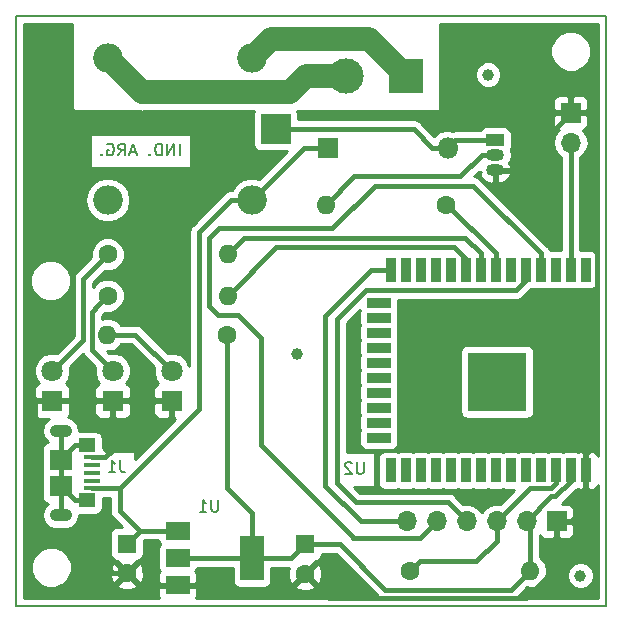
<source format=gbr>
G04 #@! TF.GenerationSoftware,KiCad,Pcbnew,5.0.0-fee4fd1~66~ubuntu18.04.1*
G04 #@! TF.CreationDate,2018-11-12T17:48:12-03:00*
G04 #@! TF.ProjectId,pcbAlarma,706362416C61726D612E6B696361645F,1.1*
G04 #@! TF.SameCoordinates,Original*
G04 #@! TF.FileFunction,Copper,L2,Bot,Signal*
G04 #@! TF.FilePolarity,Positive*
%FSLAX46Y46*%
G04 Gerber Fmt 4.6, Leading zero omitted, Abs format (unit mm)*
G04 Created by KiCad (PCBNEW 5.0.0-fee4fd1~66~ubuntu18.04.1) date Mon Nov 12 17:48:12 2018*
%MOMM*%
%LPD*%
G01*
G04 APERTURE LIST*
G04 #@! TA.AperFunction,NonConductor*
%ADD10C,0.150000*%
G04 #@! TD*
G04 #@! TA.AperFunction,SMDPad,CuDef*
%ADD11R,1.450000X1.150000*%
G04 #@! TD*
G04 #@! TA.AperFunction,ComponentPad*
%ADD12O,1.900000X1.050000*%
G04 #@! TD*
G04 #@! TA.AperFunction,SMDPad,CuDef*
%ADD13R,1.900000X1.750000*%
G04 #@! TD*
G04 #@! TA.AperFunction,SMDPad,CuDef*
%ADD14R,1.400000X0.400000*%
G04 #@! TD*
G04 #@! TA.AperFunction,ComponentPad*
%ADD15R,1.700000X1.700000*%
G04 #@! TD*
G04 #@! TA.AperFunction,ComponentPad*
%ADD16O,1.700000X1.700000*%
G04 #@! TD*
G04 #@! TA.AperFunction,ComponentPad*
%ADD17C,1.600000*%
G04 #@! TD*
G04 #@! TA.AperFunction,ComponentPad*
%ADD18R,1.600000X1.600000*%
G04 #@! TD*
G04 #@! TA.AperFunction,ComponentPad*
%ADD19C,1.800000*%
G04 #@! TD*
G04 #@! TA.AperFunction,ComponentPad*
%ADD20R,1.800000X1.800000*%
G04 #@! TD*
G04 #@! TA.AperFunction,ComponentPad*
%ADD21O,1.800000X1.800000*%
G04 #@! TD*
G04 #@! TA.AperFunction,BGAPad,CuDef*
%ADD22C,1.000000*%
G04 #@! TD*
G04 #@! TA.AperFunction,ComponentPad*
%ADD23C,3.000000*%
G04 #@! TD*
G04 #@! TA.AperFunction,ComponentPad*
%ADD24R,3.000000X3.000000*%
G04 #@! TD*
G04 #@! TA.AperFunction,ComponentPad*
%ADD25R,2.500000X2.500000*%
G04 #@! TD*
G04 #@! TA.AperFunction,ComponentPad*
%ADD26O,2.500000X2.500000*%
G04 #@! TD*
G04 #@! TA.AperFunction,ComponentPad*
%ADD27R,1.500000X1.050000*%
G04 #@! TD*
G04 #@! TA.AperFunction,ComponentPad*
%ADD28O,1.500000X1.050000*%
G04 #@! TD*
G04 #@! TA.AperFunction,ComponentPad*
%ADD29O,1.600000X1.600000*%
G04 #@! TD*
G04 #@! TA.AperFunction,SMDPad,CuDef*
%ADD30R,2.000000X1.500000*%
G04 #@! TD*
G04 #@! TA.AperFunction,SMDPad,CuDef*
%ADD31R,2.000000X3.800000*%
G04 #@! TD*
G04 #@! TA.AperFunction,SMDPad,CuDef*
%ADD32R,0.900000X2.000000*%
G04 #@! TD*
G04 #@! TA.AperFunction,SMDPad,CuDef*
%ADD33R,2.000000X0.900000*%
G04 #@! TD*
G04 #@! TA.AperFunction,SMDPad,CuDef*
%ADD34R,5.000000X5.000000*%
G04 #@! TD*
G04 #@! TA.AperFunction,Conductor*
%ADD35C,0.400000*%
G04 #@! TD*
G04 #@! TA.AperFunction,Conductor*
%ADD36C,2.000000*%
G04 #@! TD*
G04 #@! TA.AperFunction,Conductor*
%ADD37C,0.254000*%
G04 #@! TD*
G04 APERTURE END LIST*
D10*
X178084523Y-76427380D02*
X178084523Y-75427380D01*
X177608333Y-76427380D02*
X177608333Y-75427380D01*
X177036904Y-76427380D01*
X177036904Y-75427380D01*
X176560714Y-76427380D02*
X176560714Y-75427380D01*
X176322619Y-75427380D01*
X176179761Y-75475000D01*
X176084523Y-75570238D01*
X176036904Y-75665476D01*
X175989285Y-75855952D01*
X175989285Y-75998809D01*
X176036904Y-76189285D01*
X176084523Y-76284523D01*
X176179761Y-76379761D01*
X176322619Y-76427380D01*
X176560714Y-76427380D01*
X175560714Y-76332142D02*
X175513095Y-76379761D01*
X175560714Y-76427380D01*
X175608333Y-76379761D01*
X175560714Y-76332142D01*
X175560714Y-76427380D01*
X174370238Y-76141666D02*
X173894047Y-76141666D01*
X174465476Y-76427380D02*
X174132142Y-75427380D01*
X173798809Y-76427380D01*
X172894047Y-76427380D02*
X173227380Y-75951190D01*
X173465476Y-76427380D02*
X173465476Y-75427380D01*
X173084523Y-75427380D01*
X172989285Y-75475000D01*
X172941666Y-75522619D01*
X172894047Y-75617857D01*
X172894047Y-75760714D01*
X172941666Y-75855952D01*
X172989285Y-75903571D01*
X173084523Y-75951190D01*
X173465476Y-75951190D01*
X171941666Y-75475000D02*
X172036904Y-75427380D01*
X172179761Y-75427380D01*
X172322619Y-75475000D01*
X172417857Y-75570238D01*
X172465476Y-75665476D01*
X172513095Y-75855952D01*
X172513095Y-75998809D01*
X172465476Y-76189285D01*
X172417857Y-76284523D01*
X172322619Y-76379761D01*
X172179761Y-76427380D01*
X172084523Y-76427380D01*
X171941666Y-76379761D01*
X171894047Y-76332142D01*
X171894047Y-75998809D01*
X172084523Y-75998809D01*
X171465476Y-76332142D02*
X171417857Y-76379761D01*
X171465476Y-76427380D01*
X171513095Y-76379761D01*
X171465476Y-76332142D01*
X171465476Y-76427380D01*
X181336904Y-105577380D02*
X181336904Y-106386904D01*
X181289285Y-106482142D01*
X181241666Y-106529761D01*
X181146428Y-106577380D01*
X180955952Y-106577380D01*
X180860714Y-106529761D01*
X180813095Y-106482142D01*
X180765476Y-106386904D01*
X180765476Y-105577380D01*
X179765476Y-106577380D02*
X180336904Y-106577380D01*
X180051190Y-106577380D02*
X180051190Y-105577380D01*
X180146428Y-105720238D01*
X180241666Y-105815476D01*
X180336904Y-105863095D01*
X193661904Y-102402380D02*
X193661904Y-103211904D01*
X193614285Y-103307142D01*
X193566666Y-103354761D01*
X193471428Y-103402380D01*
X193280952Y-103402380D01*
X193185714Y-103354761D01*
X193138095Y-103307142D01*
X193090476Y-103211904D01*
X193090476Y-102402380D01*
X192661904Y-102497619D02*
X192614285Y-102450000D01*
X192519047Y-102402380D01*
X192280952Y-102402380D01*
X192185714Y-102450000D01*
X192138095Y-102497619D01*
X192090476Y-102592857D01*
X192090476Y-102688095D01*
X192138095Y-102830952D01*
X192709523Y-103402380D01*
X192090476Y-103402380D01*
X173058333Y-102252380D02*
X173058333Y-102966666D01*
X173105952Y-103109523D01*
X173201190Y-103204761D01*
X173344047Y-103252380D01*
X173439285Y-103252380D01*
X172058333Y-103252380D02*
X172629761Y-103252380D01*
X172344047Y-103252380D02*
X172344047Y-102252380D01*
X172439285Y-102395238D01*
X172534523Y-102490476D01*
X172629761Y-102538095D01*
X164200000Y-64600000D02*
X164200000Y-114600000D01*
X214200000Y-64600000D02*
X164200000Y-64600000D01*
X214200000Y-114600000D02*
X214200000Y-64600000D01*
X164200000Y-114600000D02*
X214200000Y-114600000D01*
D11*
G04 #@! TO.P,J1,6*
G04 #@! TO.N,Net-(J1-Pad6)*
X170230000Y-105620000D03*
X170230000Y-100980000D03*
D12*
X168000000Y-99725000D03*
X168000000Y-106875000D03*
D13*
X168000000Y-104425000D03*
D14*
G04 #@! TO.P,J1,3*
G04 #@! TO.N,Net-(J1-Pad3)*
X170650000Y-103300000D03*
G04 #@! TO.P,J1,4*
G04 #@! TO.N,Net-(J1-Pad4)*
X170650000Y-102650000D03*
G04 #@! TO.P,J1,5*
G04 #@! TO.N,GND*
X170650000Y-102000000D03*
G04 #@! TO.P,J1,1*
G04 #@! TO.N,+5V*
X170650000Y-104600000D03*
G04 #@! TO.P,J1,2*
G04 #@! TO.N,Net-(J1-Pad2)*
X170650000Y-103950000D03*
D13*
G04 #@! TO.P,J1,6*
G04 #@! TO.N,Net-(J1-Pad6)*
X168000000Y-102175000D03*
G04 #@! TD*
D15*
G04 #@! TO.P,J102,1*
G04 #@! TO.N,GND*
X210000000Y-107400000D03*
D16*
G04 #@! TO.P,J102,2*
G04 #@! TO.N,+3V3*
X207460000Y-107400000D03*
G04 #@! TO.P,J102,3*
G04 #@! TO.N,/EN*
X204920000Y-107400000D03*
G04 #@! TO.P,J102,4*
G04 #@! TO.N,Net-(J102-Pad4)*
X202380000Y-107400000D03*
G04 #@! TO.P,J102,5*
G04 #@! TO.N,Net-(J102-Pad5)*
X199840000Y-107400000D03*
G04 #@! TO.P,J102,6*
G04 #@! TO.N,/GPIO0*
X197300000Y-107400000D03*
G04 #@! TD*
D17*
G04 #@! TO.P,C1,2*
G04 #@! TO.N,GND*
X173600000Y-111800000D03*
D18*
G04 #@! TO.P,C1,1*
G04 #@! TO.N,+5V*
X173600000Y-109300000D03*
G04 #@! TD*
D17*
G04 #@! TO.P,C2,2*
G04 #@! TO.N,GND*
X188700000Y-111850000D03*
D18*
G04 #@! TO.P,C2,1*
G04 #@! TO.N,+3V3*
X188700000Y-109350000D03*
G04 #@! TD*
D19*
G04 #@! TO.P,D1,2*
G04 #@! TO.N,Net-(D1-Pad2)*
X177400000Y-94660000D03*
D20*
G04 #@! TO.P,D1,1*
G04 #@! TO.N,GND*
X177400000Y-97200000D03*
G04 #@! TD*
D21*
G04 #@! TO.P,D2,2*
G04 #@! TO.N,Net-(D2-Pad2)*
X200760000Y-75800000D03*
D20*
G04 #@! TO.P,D2,1*
G04 #@! TO.N,+5V*
X190600000Y-75800000D03*
G04 #@! TD*
D19*
G04 #@! TO.P,D3,2*
G04 #@! TO.N,Net-(D3-Pad2)*
X167300000Y-94660000D03*
D20*
G04 #@! TO.P,D3,1*
G04 #@! TO.N,GND*
X167300000Y-97200000D03*
G04 #@! TD*
D19*
G04 #@! TO.P,D4,2*
G04 #@! TO.N,Net-(D4-Pad2)*
X172400000Y-94660000D03*
D20*
G04 #@! TO.P,D4,1*
G04 #@! TO.N,GND*
X172400000Y-97200000D03*
G04 #@! TD*
D22*
G04 #@! TO.P,F1,~*
G04 #@! TO.N,N/C*
X188000000Y-93200000D03*
G04 #@! TD*
G04 #@! TO.P,F2,~*
G04 #@! TO.N,N/C*
X204200000Y-69600000D03*
G04 #@! TD*
G04 #@! TO.P,F3,~*
G04 #@! TO.N,N/C*
X212000000Y-112000000D03*
G04 #@! TD*
D23*
G04 #@! TO.P,J4,2*
G04 #@! TO.N,Net-(J4-Pad2)*
X192170000Y-69725000D03*
D24*
G04 #@! TO.P,J4,1*
G04 #@! TO.N,Net-(J4-Pad1)*
X197250000Y-69725000D03*
G04 #@! TD*
D16*
G04 #@! TO.P,J101,2*
G04 #@! TO.N,Net-(J101-Pad2)*
X211200000Y-75340000D03*
D15*
G04 #@! TO.P,J101,1*
G04 #@! TO.N,GND*
X211200000Y-72800000D03*
G04 #@! TD*
D25*
G04 #@! TO.P,K1,1*
G04 #@! TO.N,Net-(D2-Pad2)*
X186200000Y-74200000D03*
D26*
G04 #@! TO.P,K1,2*
G04 #@! TO.N,Net-(J4-Pad1)*
X184200000Y-68200000D03*
G04 #@! TO.P,K1,3*
G04 #@! TO.N,Net-(J4-Pad2)*
X172000000Y-68200000D03*
G04 #@! TO.P,K1,4*
G04 #@! TO.N,Net-(K1-Pad4)*
X172000000Y-80200000D03*
G04 #@! TO.P,K1,5*
G04 #@! TO.N,+5V*
X184200000Y-80200000D03*
G04 #@! TD*
D27*
G04 #@! TO.P,Q1,1*
G04 #@! TO.N,Net-(D2-Pad2)*
X204800000Y-75130000D03*
D28*
G04 #@! TO.P,Q1,3*
G04 #@! TO.N,GND*
X204800000Y-77670000D03*
G04 #@! TO.P,Q1,2*
G04 #@! TO.N,Net-(Q1-Pad2)*
X204800000Y-76400000D03*
G04 #@! TD*
D17*
G04 #@! TO.P,R1,1*
G04 #@! TO.N,+3V3*
X182100000Y-91600000D03*
D29*
G04 #@! TO.P,R1,2*
G04 #@! TO.N,Net-(D1-Pad2)*
X171940000Y-91600000D03*
G04 #@! TD*
G04 #@! TO.P,R2,2*
G04 #@! TO.N,/Salidas/LedStatus*
X182160000Y-84800000D03*
D17*
G04 #@! TO.P,R2,1*
G04 #@! TO.N,Net-(D3-Pad2)*
X172000000Y-84800000D03*
G04 #@! TD*
D29*
G04 #@! TO.P,R3,2*
G04 #@! TO.N,+3V3*
X207760000Y-111600000D03*
D17*
G04 #@! TO.P,R3,1*
G04 #@! TO.N,/EN*
X197600000Y-111600000D03*
G04 #@! TD*
D29*
G04 #@! TO.P,R4,2*
G04 #@! TO.N,/Salidas/LedControl*
X182160000Y-88300000D03*
D17*
G04 #@! TO.P,R4,1*
G04 #@! TO.N,Net-(D4-Pad2)*
X172000000Y-88300000D03*
G04 #@! TD*
D29*
G04 #@! TO.P,R5,2*
G04 #@! TO.N,Net-(Q1-Pad2)*
X190440000Y-80600000D03*
D17*
G04 #@! TO.P,R5,1*
G04 #@! TO.N,/Salidas/RelayIN*
X200600000Y-80600000D03*
G04 #@! TD*
D30*
G04 #@! TO.P,U1,1*
G04 #@! TO.N,GND*
X177900000Y-112800000D03*
G04 #@! TO.P,U1,3*
G04 #@! TO.N,+5V*
X177900000Y-108200000D03*
G04 #@! TO.P,U1,2*
G04 #@! TO.N,+3V3*
X177900000Y-110500000D03*
D31*
X184200000Y-110500000D03*
G04 #@! TD*
D32*
G04 #@! TO.P,U2,38*
G04 #@! TO.N,Net-(U2-Pad38)*
X212455000Y-86100000D03*
G04 #@! TO.P,U2,37*
G04 #@! TO.N,Net-(J101-Pad2)*
X211185000Y-86100000D03*
G04 #@! TO.P,U2,36*
G04 #@! TO.N,Net-(U2-Pad36)*
X209915000Y-86100000D03*
G04 #@! TO.P,U2,35*
G04 #@! TO.N,Net-(J102-Pad5)*
X208645000Y-86100000D03*
G04 #@! TO.P,U2,34*
G04 #@! TO.N,Net-(J102-Pad4)*
X207375000Y-86100000D03*
G04 #@! TO.P,U2,33*
G04 #@! TO.N,Net-(U2-Pad33)*
X206105000Y-86100000D03*
G04 #@! TO.P,U2,32*
G04 #@! TO.N,/Salidas/RelayIN*
X204835000Y-86100000D03*
G04 #@! TO.P,U2,31*
G04 #@! TO.N,/Salidas/LedStatus*
X203565000Y-86100000D03*
G04 #@! TO.P,U2,30*
G04 #@! TO.N,/Salidas/LedControl*
X202295000Y-86100000D03*
G04 #@! TO.P,U2,29*
G04 #@! TO.N,Net-(U2-Pad29)*
X201025000Y-86100000D03*
G04 #@! TO.P,U2,28*
G04 #@! TO.N,Net-(U2-Pad28)*
X199755000Y-86100000D03*
G04 #@! TO.P,U2,27*
G04 #@! TO.N,Net-(U2-Pad27)*
X198485000Y-86100000D03*
G04 #@! TO.P,U2,26*
G04 #@! TO.N,Net-(U2-Pad26)*
X197215000Y-86100000D03*
G04 #@! TO.P,U2,25*
G04 #@! TO.N,/GPIO0*
X195945000Y-86100000D03*
D33*
G04 #@! TO.P,U2,24*
G04 #@! TO.N,Net-(U2-Pad24)*
X194945000Y-88885000D03*
G04 #@! TO.P,U2,23*
G04 #@! TO.N,Net-(U2-Pad23)*
X194945000Y-90155000D03*
G04 #@! TO.P,U2,22*
G04 #@! TO.N,Net-(U2-Pad22)*
X194945000Y-91425000D03*
G04 #@! TO.P,U2,21*
G04 #@! TO.N,Net-(U2-Pad21)*
X194945000Y-92695000D03*
G04 #@! TO.P,U2,20*
G04 #@! TO.N,Net-(U2-Pad20)*
X194945000Y-93965000D03*
G04 #@! TO.P,U2,19*
G04 #@! TO.N,Net-(U2-Pad19)*
X194945000Y-95235000D03*
G04 #@! TO.P,U2,18*
G04 #@! TO.N,Net-(U2-Pad18)*
X194945000Y-96505000D03*
G04 #@! TO.P,U2,17*
G04 #@! TO.N,Net-(U2-Pad17)*
X194945000Y-97775000D03*
G04 #@! TO.P,U2,16*
G04 #@! TO.N,Net-(U2-Pad16)*
X194945000Y-99045000D03*
G04 #@! TO.P,U2,15*
G04 #@! TO.N,Net-(U2-Pad15)*
X194945000Y-100315000D03*
D32*
G04 #@! TO.P,U2,14*
G04 #@! TO.N,Net-(U2-Pad14)*
X195945000Y-103100000D03*
G04 #@! TO.P,U2,13*
G04 #@! TO.N,Net-(U2-Pad13)*
X197215000Y-103100000D03*
G04 #@! TO.P,U2,12*
G04 #@! TO.N,Net-(U2-Pad12)*
X198485000Y-103100000D03*
G04 #@! TO.P,U2,11*
G04 #@! TO.N,Net-(U2-Pad11)*
X199755000Y-103100000D03*
G04 #@! TO.P,U2,10*
G04 #@! TO.N,Net-(U2-Pad10)*
X201025000Y-103100000D03*
G04 #@! TO.P,U2,9*
G04 #@! TO.N,Net-(U2-Pad9)*
X202295000Y-103100000D03*
G04 #@! TO.P,U2,8*
G04 #@! TO.N,Net-(U2-Pad8)*
X203565000Y-103100000D03*
G04 #@! TO.P,U2,7*
G04 #@! TO.N,Net-(U2-Pad7)*
X204835000Y-103100000D03*
G04 #@! TO.P,U2,6*
G04 #@! TO.N,Net-(U2-Pad6)*
X206105000Y-103100000D03*
G04 #@! TO.P,U2,5*
G04 #@! TO.N,Net-(U2-Pad5)*
X207375000Y-103100000D03*
G04 #@! TO.P,U2,4*
G04 #@! TO.N,Net-(U2-Pad4)*
X208645000Y-103100000D03*
G04 #@! TO.P,U2,3*
G04 #@! TO.N,/EN*
X209915000Y-103100000D03*
G04 #@! TO.P,U2,2*
G04 #@! TO.N,+3V3*
X211185000Y-103100000D03*
G04 #@! TO.P,U2,1*
G04 #@! TO.N,GND*
X212455000Y-103100000D03*
D34*
G04 #@! TO.P,U2,39*
G04 #@! TO.N,Net-(U2-Pad39)*
X204955000Y-95600000D03*
G04 #@! TD*
D35*
G04 #@! TO.N,+5V*
X188600000Y-75800000D02*
X184200000Y-80200000D01*
X190600000Y-75800000D02*
X188600000Y-75800000D01*
X174700000Y-108200000D02*
X173600000Y-109300000D01*
X177900000Y-108200000D02*
X174700000Y-108200000D01*
X179700000Y-97900000D02*
X179700000Y-82932234D01*
X182432234Y-80200000D02*
X184200000Y-80200000D01*
X179700000Y-82932234D02*
X182432234Y-80200000D01*
X173600000Y-104000000D02*
X179700000Y-97900000D01*
X173000000Y-104600000D02*
X173600000Y-104000000D01*
X170650000Y-104600000D02*
X173000000Y-104600000D01*
X174700000Y-108200000D02*
X173000000Y-106500000D01*
X173000000Y-106500000D02*
X173000000Y-104600000D01*
G04 #@! TO.N,GND*
X174600000Y-112800000D02*
X177900000Y-112800000D01*
X173600000Y-111800000D02*
X174600000Y-112800000D01*
X212455000Y-103870000D02*
X212455000Y-103100000D01*
X211250000Y-107400000D02*
X212455000Y-106195000D01*
X212455000Y-104500000D02*
X212455000Y-103100000D01*
X212455000Y-106195000D02*
X212455000Y-104500000D01*
X210000000Y-107400000D02*
X211250000Y-107400000D01*
X212455000Y-101700000D02*
X212455000Y-103100000D01*
X213405001Y-100749999D02*
X212455000Y-101700000D01*
X213405001Y-73755001D02*
X213405001Y-100749999D01*
X212450000Y-72800000D02*
X213405001Y-73755001D01*
X211200000Y-72800000D02*
X212450000Y-72800000D01*
X206330000Y-77670000D02*
X204800000Y-77670000D01*
X211200000Y-72800000D02*
X206330000Y-77670000D01*
X178150000Y-112800000D02*
X177900000Y-112800000D01*
X170400000Y-109731370D02*
X170400000Y-108300000D01*
X172468630Y-111800000D02*
X170400000Y-109731370D01*
X173600000Y-111800000D02*
X172468630Y-111800000D01*
X177400000Y-97200000D02*
X167300000Y-97200000D01*
X166000000Y-97200000D02*
X167300000Y-97200000D01*
X165800000Y-97400000D02*
X166000000Y-97200000D01*
X166400000Y-108300000D02*
X165800000Y-107700000D01*
X165800000Y-107700000D02*
X165800000Y-97400000D01*
X170400000Y-108300000D02*
X166400000Y-108300000D01*
X190750010Y-113900010D02*
X188700000Y-111850000D01*
X210000000Y-107400000D02*
X210000000Y-111284002D01*
X207383992Y-113900010D02*
X190750010Y-113900010D01*
X210000000Y-111284002D02*
X207383992Y-113900010D01*
X171750000Y-102000000D02*
X170650000Y-102000000D01*
X172400000Y-101350000D02*
X171750000Y-102000000D01*
X172400000Y-97200000D02*
X172400000Y-101350000D01*
G04 #@! TO.N,Net-(D1-Pad2)*
X174340000Y-91600000D02*
X177400000Y-94660000D01*
X171940000Y-91600000D02*
X174340000Y-91600000D01*
G04 #@! TO.N,Net-(D2-Pad2)*
X201430000Y-75130000D02*
X200760000Y-75800000D01*
X204800000Y-75130000D02*
X201430000Y-75130000D01*
X187850000Y-74200000D02*
X186200000Y-74200000D01*
X197887208Y-74200000D02*
X187850000Y-74200000D01*
X199487208Y-75800000D02*
X197887208Y-74200000D01*
X200760000Y-75800000D02*
X199487208Y-75800000D01*
G04 #@! TO.N,Net-(D3-Pad2)*
X168199999Y-93760001D02*
X167300000Y-94660000D01*
X169939989Y-92020011D02*
X168199999Y-93760001D01*
X169939989Y-86860011D02*
X169939989Y-92020011D01*
X172000000Y-84800000D02*
X169939989Y-86860011D01*
G04 #@! TO.N,Net-(D4-Pad2)*
X171200001Y-89099999D02*
X172000000Y-88300000D01*
X170639999Y-89660001D02*
X171200001Y-89099999D01*
X170639999Y-92899999D02*
X170639999Y-89660001D01*
X172400000Y-94660000D02*
X170639999Y-92899999D01*
D36*
G04 #@! TO.N,Net-(J4-Pad1)*
X184200000Y-68200000D02*
X184200000Y-68175000D01*
X194100000Y-66575000D02*
X197250000Y-69725000D01*
X185800000Y-66575000D02*
X194100000Y-66575000D01*
X184200000Y-68175000D02*
X185800000Y-66575000D01*
G04 #@! TO.N,Net-(J4-Pad2)*
X192170000Y-69725000D02*
X188775000Y-69725000D01*
X174875000Y-71075000D02*
X172000000Y-68200000D01*
X187425000Y-71075000D02*
X174875000Y-71075000D01*
X188775000Y-69725000D02*
X187425000Y-71075000D01*
D35*
G04 #@! TO.N,Net-(Q1-Pad2)*
X192840000Y-78200000D02*
X190440000Y-80600000D01*
X201850000Y-78200000D02*
X192840000Y-78200000D01*
X204800000Y-76400000D02*
X203650000Y-76400000D01*
X203650000Y-76400000D02*
X201850000Y-78200000D01*
G04 #@! TO.N,/Salidas/LedStatus*
X203565000Y-84700000D02*
X202265000Y-83400000D01*
X203565000Y-86100000D02*
X203565000Y-84700000D01*
X183560000Y-83400000D02*
X182160000Y-84800000D01*
X202265000Y-83400000D02*
X183560000Y-83400000D01*
G04 #@! TO.N,/Salidas/LedControl*
X186260000Y-84200000D02*
X182160000Y-88300000D01*
X201295002Y-84200000D02*
X186260000Y-84200000D01*
X202295000Y-86100000D02*
X202295000Y-85199998D01*
X202295000Y-85199998D02*
X201295002Y-84200000D01*
G04 #@! TO.N,/Salidas/RelayIN*
X200735000Y-80600000D02*
X200600000Y-80600000D01*
X204835000Y-84700000D02*
X200735000Y-80600000D01*
X204835000Y-86100000D02*
X204835000Y-84700000D01*
G04 #@! TO.N,+3V3*
X177900000Y-110500000D02*
X184200000Y-110500000D01*
X207760000Y-111600000D02*
X206160000Y-113200000D01*
X206160000Y-113200000D02*
X195500000Y-113200000D01*
X211185000Y-104015000D02*
X211185000Y-103100000D01*
X209899989Y-105300011D02*
X211185000Y-104015000D01*
X209559989Y-105300011D02*
X209899989Y-105300011D01*
X207460000Y-107400000D02*
X209559989Y-105300011D01*
X207760000Y-111600000D02*
X207760000Y-107640000D01*
X207760000Y-107640000D02*
X208000000Y-107400000D01*
X211048542Y-103236458D02*
X211185000Y-103100000D01*
X182100000Y-91600000D02*
X182100000Y-104600000D01*
X184200000Y-106700000D02*
X184200000Y-110500000D01*
X182100000Y-104600000D02*
X184200000Y-106700000D01*
X191650000Y-109350000D02*
X188700000Y-109350000D01*
X195500000Y-113200000D02*
X191650000Y-109350000D01*
X187550000Y-110500000D02*
X188700000Y-109350000D01*
X184200000Y-110500000D02*
X187550000Y-110500000D01*
G04 #@! TO.N,Net-(J101-Pad2)*
X211185000Y-75355000D02*
X211200000Y-75340000D01*
X211185000Y-86100000D02*
X211185000Y-75355000D01*
G04 #@! TO.N,/GPIO0*
X190400000Y-90000000D02*
X194300000Y-86100000D01*
X190400000Y-104400000D02*
X190400000Y-90000000D01*
X194300000Y-86100000D02*
X195945000Y-86100000D01*
X193400000Y-107400000D02*
X190400000Y-104400000D01*
X197300000Y-107400000D02*
X193400000Y-107400000D01*
G04 #@! TO.N,/EN*
X204920000Y-109080000D02*
X204920000Y-107400000D01*
X203199999Y-110800001D02*
X204920000Y-109080000D01*
X197600000Y-111600000D02*
X198399999Y-110800001D01*
X198399999Y-110800001D02*
X203199999Y-110800001D01*
X207120000Y-105200000D02*
X204920000Y-107400000D01*
X209495001Y-104600001D02*
X207719999Y-104600001D01*
X207719999Y-104600001D02*
X207120000Y-105200000D01*
X209915000Y-103100000D02*
X209915000Y-104180002D01*
X209915000Y-104180002D02*
X209495001Y-104600001D01*
G04 #@! TO.N,Net-(J102-Pad5)*
X208645000Y-84700000D02*
X208645000Y-86100000D01*
X191000000Y-82600000D02*
X194600000Y-79000000D01*
X181400000Y-82600000D02*
X191000000Y-82600000D01*
X180600000Y-83400000D02*
X181400000Y-82600000D01*
X180600000Y-89164002D02*
X180600000Y-83400000D01*
X198440000Y-108800000D02*
X192800000Y-108800000D01*
X192800000Y-108735998D02*
X185000000Y-100935998D01*
X185000000Y-91900000D02*
X183000000Y-89900000D01*
X194600000Y-79000000D02*
X202945000Y-79000000D01*
X199840000Y-107400000D02*
X198440000Y-108800000D01*
X202945000Y-79000000D02*
X208645000Y-84700000D01*
X181335998Y-89900000D02*
X180600000Y-89164002D01*
X185000000Y-100935998D02*
X185000000Y-91900000D01*
X183000000Y-89900000D02*
X181335998Y-89900000D01*
X192800000Y-108800000D02*
X192800000Y-108735998D01*
G04 #@! TO.N,Net-(J102-Pad4)*
X207375000Y-87000002D02*
X206575002Y-87800000D01*
X207375000Y-86100000D02*
X207375000Y-87000002D01*
X193859998Y-87800000D02*
X191400000Y-90259998D01*
X206575002Y-87800000D02*
X193859998Y-87800000D01*
X191400000Y-90259998D02*
X191400000Y-104200000D01*
X191400000Y-104200000D02*
X193000000Y-105800000D01*
X200780000Y-105800000D02*
X202380000Y-107400000D01*
X193000000Y-105800000D02*
X200780000Y-105800000D01*
G04 #@! TO.N,Net-(J1-Pad6)*
X169195000Y-105620000D02*
X168000000Y-104425000D01*
X170230000Y-105620000D02*
X169195000Y-105620000D01*
X168000000Y-104425000D02*
X168000000Y-102175000D01*
X169195000Y-100980000D02*
X168000000Y-102175000D01*
X170230000Y-100980000D02*
X169195000Y-100980000D01*
X168000000Y-99725000D02*
X168000000Y-106875000D01*
G04 #@! TD*
D37*
G04 #@! TO.N,GND*
G36*
X168973000Y-72500000D02*
X168982667Y-72548601D01*
X169010197Y-72589803D01*
X169051399Y-72617333D01*
X169100000Y-72627000D01*
X174337707Y-72627000D01*
X174714758Y-72702000D01*
X174714762Y-72702000D01*
X174875000Y-72733873D01*
X175035238Y-72702000D01*
X184361623Y-72702000D01*
X184359380Y-72705357D01*
X184310717Y-72950000D01*
X184310717Y-75450000D01*
X184359380Y-75694643D01*
X184497959Y-75902041D01*
X184705357Y-76040620D01*
X184950000Y-76089283D01*
X187141163Y-76089283D01*
X184820745Y-78409702D01*
X184384866Y-78323000D01*
X184015134Y-78323000D01*
X183467631Y-78431905D01*
X182846759Y-78846759D01*
X182497311Y-79369745D01*
X182432233Y-79356800D01*
X182350790Y-79373000D01*
X182350786Y-79373000D01*
X182109555Y-79420984D01*
X182109553Y-79420985D01*
X182109554Y-79420985D01*
X181950616Y-79527184D01*
X181836001Y-79603767D01*
X181789866Y-79672813D01*
X179172817Y-82289864D01*
X179103768Y-82336001D01*
X179057631Y-82405050D01*
X178920984Y-82609556D01*
X178856800Y-82932234D01*
X178873001Y-83013683D01*
X178873000Y-94225894D01*
X178694528Y-93795024D01*
X178264976Y-93365472D01*
X177703739Y-93133000D01*
X177096261Y-93133000D01*
X177058285Y-93148730D01*
X174982372Y-91072819D01*
X174936233Y-91003767D01*
X174662679Y-90820984D01*
X174421448Y-90773000D01*
X174421444Y-90773000D01*
X174340000Y-90756800D01*
X174258556Y-90773000D01*
X173103654Y-90773000D01*
X172968809Y-90571191D01*
X172496788Y-90255796D01*
X172080544Y-90173000D01*
X171799456Y-90173000D01*
X171466999Y-90239130D01*
X171466999Y-90002555D01*
X171742555Y-89727000D01*
X172283848Y-89727000D01*
X172808331Y-89509753D01*
X173209753Y-89108331D01*
X173427000Y-88583848D01*
X173427000Y-88016152D01*
X173209753Y-87491669D01*
X172808331Y-87090247D01*
X172283848Y-86873000D01*
X171716152Y-86873000D01*
X171191669Y-87090247D01*
X170790247Y-87491669D01*
X170766989Y-87547819D01*
X170766989Y-87202564D01*
X171742554Y-86227000D01*
X172283848Y-86227000D01*
X172808331Y-86009753D01*
X173209753Y-85608331D01*
X173427000Y-85083848D01*
X173427000Y-84516152D01*
X173209753Y-83991669D01*
X172808331Y-83590247D01*
X172283848Y-83373000D01*
X171716152Y-83373000D01*
X171191669Y-83590247D01*
X170790247Y-83991669D01*
X170573000Y-84516152D01*
X170573000Y-85057446D01*
X169412808Y-86217639D01*
X169343756Y-86263778D01*
X169160973Y-86537333D01*
X169112989Y-86778564D01*
X169112989Y-86778567D01*
X169096789Y-86860011D01*
X169112989Y-86941455D01*
X169112990Y-91677455D01*
X167672817Y-93117630D01*
X167672814Y-93117632D01*
X167641716Y-93148730D01*
X167603739Y-93133000D01*
X166996261Y-93133000D01*
X166435024Y-93365472D01*
X166005472Y-93795024D01*
X165773000Y-94356261D01*
X165773000Y-94963739D01*
X166005472Y-95524976D01*
X166183043Y-95702547D01*
X166040301Y-95761673D01*
X165861673Y-95940302D01*
X165765000Y-96173691D01*
X165765000Y-96914250D01*
X165923750Y-97073000D01*
X167173000Y-97073000D01*
X167173000Y-97053000D01*
X167427000Y-97053000D01*
X167427000Y-97073000D01*
X168676250Y-97073000D01*
X168835000Y-96914250D01*
X168835000Y-96173691D01*
X168738327Y-95940302D01*
X168559699Y-95761673D01*
X168416957Y-95702547D01*
X168594528Y-95524976D01*
X168827000Y-94963739D01*
X168827000Y-94356261D01*
X168811270Y-94318284D01*
X168842368Y-94287186D01*
X168842370Y-94287183D01*
X169879366Y-93250189D01*
X170043766Y-93496232D01*
X170112818Y-93542371D01*
X170888730Y-94318284D01*
X170873000Y-94356261D01*
X170873000Y-94963739D01*
X171105472Y-95524976D01*
X171283043Y-95702547D01*
X171140301Y-95761673D01*
X170961673Y-95940302D01*
X170865000Y-96173691D01*
X170865000Y-96914250D01*
X171023750Y-97073000D01*
X172273000Y-97073000D01*
X172273000Y-97053000D01*
X172527000Y-97053000D01*
X172527000Y-97073000D01*
X173776250Y-97073000D01*
X173935000Y-96914250D01*
X173935000Y-96173691D01*
X173838327Y-95940302D01*
X173659699Y-95761673D01*
X173516957Y-95702547D01*
X173694528Y-95524976D01*
X173927000Y-94963739D01*
X173927000Y-94356261D01*
X173694528Y-93795024D01*
X173264976Y-93365472D01*
X172703739Y-93133000D01*
X172096261Y-93133000D01*
X172058284Y-93148730D01*
X171936554Y-93027000D01*
X172080544Y-93027000D01*
X172496788Y-92944204D01*
X172968809Y-92628809D01*
X173103654Y-92427000D01*
X173997447Y-92427000D01*
X175888730Y-94318285D01*
X175873000Y-94356261D01*
X175873000Y-94963739D01*
X176105472Y-95524976D01*
X176283043Y-95702547D01*
X176140301Y-95761673D01*
X175961673Y-95940302D01*
X175865000Y-96173691D01*
X175865000Y-96914250D01*
X176023750Y-97073000D01*
X177273000Y-97073000D01*
X177273000Y-97053000D01*
X177527000Y-97053000D01*
X177527000Y-97073000D01*
X177547000Y-97073000D01*
X177547000Y-97327000D01*
X177527000Y-97327000D01*
X177527000Y-98576250D01*
X177685750Y-98735000D01*
X177695446Y-98735000D01*
X174284143Y-102146304D01*
X174284143Y-101415500D01*
X171863525Y-101415500D01*
X171709699Y-101261673D01*
X171594283Y-101213866D01*
X171594283Y-100405000D01*
X171545620Y-100160357D01*
X171407041Y-99952959D01*
X171199643Y-99814380D01*
X170955000Y-99765717D01*
X169591470Y-99765717D01*
X169599569Y-99725000D01*
X169510160Y-99275512D01*
X169255546Y-98894454D01*
X168874488Y-98639840D01*
X168610664Y-98587362D01*
X168738327Y-98459698D01*
X168835000Y-98226309D01*
X168835000Y-97485750D01*
X170865000Y-97485750D01*
X170865000Y-98226309D01*
X170961673Y-98459698D01*
X171140301Y-98638327D01*
X171373690Y-98735000D01*
X172114250Y-98735000D01*
X172273000Y-98576250D01*
X172273000Y-97327000D01*
X172527000Y-97327000D01*
X172527000Y-98576250D01*
X172685750Y-98735000D01*
X173426310Y-98735000D01*
X173659699Y-98638327D01*
X173838327Y-98459698D01*
X173935000Y-98226309D01*
X173935000Y-97485750D01*
X175865000Y-97485750D01*
X175865000Y-98226309D01*
X175961673Y-98459698D01*
X176140301Y-98638327D01*
X176373690Y-98735000D01*
X177114250Y-98735000D01*
X177273000Y-98576250D01*
X177273000Y-97327000D01*
X176023750Y-97327000D01*
X175865000Y-97485750D01*
X173935000Y-97485750D01*
X173776250Y-97327000D01*
X172527000Y-97327000D01*
X172273000Y-97327000D01*
X171023750Y-97327000D01*
X170865000Y-97485750D01*
X168835000Y-97485750D01*
X168676250Y-97327000D01*
X167427000Y-97327000D01*
X167427000Y-97347000D01*
X167173000Y-97347000D01*
X167173000Y-97327000D01*
X165923750Y-97327000D01*
X165765000Y-97485750D01*
X165765000Y-98226309D01*
X165861673Y-98459698D01*
X166040301Y-98638327D01*
X166273690Y-98735000D01*
X166983095Y-98735000D01*
X166744454Y-98894454D01*
X166489840Y-99275512D01*
X166400431Y-99725000D01*
X166489840Y-100174488D01*
X166744454Y-100555546D01*
X166935839Y-100683425D01*
X166805357Y-100709380D01*
X166597959Y-100847959D01*
X166459380Y-101055357D01*
X166410717Y-101300000D01*
X166410717Y-103050000D01*
X166459380Y-103294643D01*
X166462959Y-103300000D01*
X166459380Y-103305357D01*
X166410717Y-103550000D01*
X166410717Y-105300000D01*
X166459380Y-105544643D01*
X166597959Y-105752041D01*
X166805357Y-105890620D01*
X166935839Y-105916575D01*
X166744454Y-106044454D01*
X166489840Y-106425512D01*
X166400431Y-106875000D01*
X166489840Y-107324488D01*
X166744454Y-107705546D01*
X167125512Y-107960160D01*
X167461538Y-108027000D01*
X168538462Y-108027000D01*
X168874488Y-107960160D01*
X169255546Y-107705546D01*
X169510160Y-107324488D01*
X169599569Y-106875000D01*
X169591470Y-106834283D01*
X170955000Y-106834283D01*
X171199643Y-106785620D01*
X171407041Y-106647041D01*
X171545620Y-106439643D01*
X171594283Y-106195000D01*
X171594283Y-105427000D01*
X172173001Y-105427000D01*
X172173000Y-106418556D01*
X172156800Y-106500000D01*
X172173000Y-106581444D01*
X172173000Y-106581447D01*
X172220984Y-106822678D01*
X172403767Y-107096233D01*
X172472819Y-107142372D01*
X173191164Y-107860717D01*
X172800000Y-107860717D01*
X172555357Y-107909380D01*
X172347959Y-108047959D01*
X172209380Y-108255357D01*
X172160717Y-108500000D01*
X172160717Y-110100000D01*
X172209380Y-110344643D01*
X172347959Y-110552041D01*
X172555357Y-110690620D01*
X172788506Y-110736997D01*
X172771861Y-110792255D01*
X173600000Y-111620395D01*
X174428139Y-110792255D01*
X174411494Y-110736997D01*
X174644643Y-110690620D01*
X174852041Y-110552041D01*
X174990620Y-110344643D01*
X175039283Y-110100000D01*
X175039283Y-109030271D01*
X175042554Y-109027000D01*
X176276033Y-109027000D01*
X176309380Y-109194643D01*
X176413186Y-109350000D01*
X176309380Y-109505357D01*
X176260717Y-109750000D01*
X176260717Y-111250000D01*
X176309380Y-111494643D01*
X176408695Y-111643279D01*
X176361673Y-111690301D01*
X176265000Y-111923690D01*
X176265000Y-112514250D01*
X176423750Y-112673000D01*
X177773000Y-112673000D01*
X177773000Y-112653000D01*
X178027000Y-112653000D01*
X178027000Y-112673000D01*
X179376250Y-112673000D01*
X179535000Y-112514250D01*
X179535000Y-111923690D01*
X179438327Y-111690301D01*
X179391305Y-111643279D01*
X179490620Y-111494643D01*
X179523967Y-111327000D01*
X182560717Y-111327000D01*
X182560717Y-112400000D01*
X182609380Y-112644643D01*
X182747959Y-112852041D01*
X182955357Y-112990620D01*
X183200000Y-113039283D01*
X185200000Y-113039283D01*
X185444643Y-112990620D01*
X185643504Y-112857745D01*
X187871861Y-112857745D01*
X187945995Y-113103864D01*
X188483223Y-113296965D01*
X189053454Y-113269778D01*
X189454005Y-113103864D01*
X189528139Y-112857745D01*
X188700000Y-112029605D01*
X187871861Y-112857745D01*
X185643504Y-112857745D01*
X185652041Y-112852041D01*
X185790620Y-112644643D01*
X185839283Y-112400000D01*
X185839283Y-111327000D01*
X187363104Y-111327000D01*
X187253035Y-111633223D01*
X187280222Y-112203454D01*
X187446136Y-112604005D01*
X187692255Y-112678139D01*
X188520395Y-111850000D01*
X188879605Y-111850000D01*
X189707745Y-112678139D01*
X189953864Y-112604005D01*
X190146965Y-112066777D01*
X190119778Y-111496546D01*
X189953864Y-111095995D01*
X189707745Y-111021861D01*
X188879605Y-111850000D01*
X188520395Y-111850000D01*
X188506252Y-111835858D01*
X188685858Y-111656252D01*
X188700000Y-111670395D01*
X189528139Y-110842255D01*
X189511494Y-110786997D01*
X189744643Y-110740620D01*
X189952041Y-110602041D01*
X190090620Y-110394643D01*
X190133912Y-110177000D01*
X191307447Y-110177000D01*
X194857632Y-113727187D01*
X194903767Y-113796233D01*
X195056072Y-113898000D01*
X179443173Y-113898000D01*
X179535000Y-113676310D01*
X179535000Y-113085750D01*
X179376250Y-112927000D01*
X178027000Y-112927000D01*
X178027000Y-112947000D01*
X177773000Y-112947000D01*
X177773000Y-112927000D01*
X176423750Y-112927000D01*
X176265000Y-113085750D01*
X176265000Y-113676310D01*
X176356827Y-113898000D01*
X164902000Y-113898000D01*
X164902000Y-110956478D01*
X165473000Y-110956478D01*
X165473000Y-111643522D01*
X165735920Y-112278267D01*
X166221733Y-112764080D01*
X166856478Y-113027000D01*
X167543522Y-113027000D01*
X168072850Y-112807745D01*
X172771861Y-112807745D01*
X172845995Y-113053864D01*
X173383223Y-113246965D01*
X173953454Y-113219778D01*
X174354005Y-113053864D01*
X174428139Y-112807745D01*
X173600000Y-111979605D01*
X172771861Y-112807745D01*
X168072850Y-112807745D01*
X168178267Y-112764080D01*
X168664080Y-112278267D01*
X168927000Y-111643522D01*
X168927000Y-111583223D01*
X172153035Y-111583223D01*
X172180222Y-112153454D01*
X172346136Y-112554005D01*
X172592255Y-112628139D01*
X173420395Y-111800000D01*
X173779605Y-111800000D01*
X174607745Y-112628139D01*
X174853864Y-112554005D01*
X175046965Y-112016777D01*
X175019778Y-111446546D01*
X174853864Y-111045995D01*
X174607745Y-110971861D01*
X173779605Y-111800000D01*
X173420395Y-111800000D01*
X172592255Y-110971861D01*
X172346136Y-111045995D01*
X172153035Y-111583223D01*
X168927000Y-111583223D01*
X168927000Y-110956478D01*
X168664080Y-110321733D01*
X168178267Y-109835920D01*
X167543522Y-109573000D01*
X166856478Y-109573000D01*
X166221733Y-109835920D01*
X165735920Y-110321733D01*
X165473000Y-110956478D01*
X164902000Y-110956478D01*
X164902000Y-86681478D01*
X165423000Y-86681478D01*
X165423000Y-87368522D01*
X165685920Y-88003267D01*
X166171733Y-88489080D01*
X166806478Y-88752000D01*
X167493522Y-88752000D01*
X168128267Y-88489080D01*
X168614080Y-88003267D01*
X168877000Y-87368522D01*
X168877000Y-86681478D01*
X168614080Y-86046733D01*
X168128267Y-85560920D01*
X167493522Y-85298000D01*
X166806478Y-85298000D01*
X166171733Y-85560920D01*
X165685920Y-86046733D01*
X165423000Y-86681478D01*
X164902000Y-86681478D01*
X164902000Y-80200000D01*
X170086228Y-80200000D01*
X170231905Y-80932369D01*
X170646759Y-81553241D01*
X171267631Y-81968095D01*
X171815134Y-82077000D01*
X172184866Y-82077000D01*
X172732369Y-81968095D01*
X173353241Y-81553241D01*
X173768095Y-80932369D01*
X173913772Y-80200000D01*
X173768095Y-79467631D01*
X173353241Y-78846759D01*
X172732369Y-78431905D01*
X172184866Y-78323000D01*
X171815134Y-78323000D01*
X171267631Y-78431905D01*
X170646759Y-78846759D01*
X170231905Y-79467631D01*
X170086228Y-80200000D01*
X164902000Y-80200000D01*
X164902000Y-74590500D01*
X170525381Y-74590500D01*
X170525381Y-77494500D01*
X179024619Y-77494500D01*
X179024619Y-74590500D01*
X170525381Y-74590500D01*
X164902000Y-74590500D01*
X164902000Y-65302000D01*
X168973000Y-65302000D01*
X168973000Y-72500000D01*
X168973000Y-72500000D01*
G37*
X168973000Y-72500000D02*
X168982667Y-72548601D01*
X169010197Y-72589803D01*
X169051399Y-72617333D01*
X169100000Y-72627000D01*
X174337707Y-72627000D01*
X174714758Y-72702000D01*
X174714762Y-72702000D01*
X174875000Y-72733873D01*
X175035238Y-72702000D01*
X184361623Y-72702000D01*
X184359380Y-72705357D01*
X184310717Y-72950000D01*
X184310717Y-75450000D01*
X184359380Y-75694643D01*
X184497959Y-75902041D01*
X184705357Y-76040620D01*
X184950000Y-76089283D01*
X187141163Y-76089283D01*
X184820745Y-78409702D01*
X184384866Y-78323000D01*
X184015134Y-78323000D01*
X183467631Y-78431905D01*
X182846759Y-78846759D01*
X182497311Y-79369745D01*
X182432233Y-79356800D01*
X182350790Y-79373000D01*
X182350786Y-79373000D01*
X182109555Y-79420984D01*
X182109553Y-79420985D01*
X182109554Y-79420985D01*
X181950616Y-79527184D01*
X181836001Y-79603767D01*
X181789866Y-79672813D01*
X179172817Y-82289864D01*
X179103768Y-82336001D01*
X179057631Y-82405050D01*
X178920984Y-82609556D01*
X178856800Y-82932234D01*
X178873001Y-83013683D01*
X178873000Y-94225894D01*
X178694528Y-93795024D01*
X178264976Y-93365472D01*
X177703739Y-93133000D01*
X177096261Y-93133000D01*
X177058285Y-93148730D01*
X174982372Y-91072819D01*
X174936233Y-91003767D01*
X174662679Y-90820984D01*
X174421448Y-90773000D01*
X174421444Y-90773000D01*
X174340000Y-90756800D01*
X174258556Y-90773000D01*
X173103654Y-90773000D01*
X172968809Y-90571191D01*
X172496788Y-90255796D01*
X172080544Y-90173000D01*
X171799456Y-90173000D01*
X171466999Y-90239130D01*
X171466999Y-90002555D01*
X171742555Y-89727000D01*
X172283848Y-89727000D01*
X172808331Y-89509753D01*
X173209753Y-89108331D01*
X173427000Y-88583848D01*
X173427000Y-88016152D01*
X173209753Y-87491669D01*
X172808331Y-87090247D01*
X172283848Y-86873000D01*
X171716152Y-86873000D01*
X171191669Y-87090247D01*
X170790247Y-87491669D01*
X170766989Y-87547819D01*
X170766989Y-87202564D01*
X171742554Y-86227000D01*
X172283848Y-86227000D01*
X172808331Y-86009753D01*
X173209753Y-85608331D01*
X173427000Y-85083848D01*
X173427000Y-84516152D01*
X173209753Y-83991669D01*
X172808331Y-83590247D01*
X172283848Y-83373000D01*
X171716152Y-83373000D01*
X171191669Y-83590247D01*
X170790247Y-83991669D01*
X170573000Y-84516152D01*
X170573000Y-85057446D01*
X169412808Y-86217639D01*
X169343756Y-86263778D01*
X169160973Y-86537333D01*
X169112989Y-86778564D01*
X169112989Y-86778567D01*
X169096789Y-86860011D01*
X169112989Y-86941455D01*
X169112990Y-91677455D01*
X167672817Y-93117630D01*
X167672814Y-93117632D01*
X167641716Y-93148730D01*
X167603739Y-93133000D01*
X166996261Y-93133000D01*
X166435024Y-93365472D01*
X166005472Y-93795024D01*
X165773000Y-94356261D01*
X165773000Y-94963739D01*
X166005472Y-95524976D01*
X166183043Y-95702547D01*
X166040301Y-95761673D01*
X165861673Y-95940302D01*
X165765000Y-96173691D01*
X165765000Y-96914250D01*
X165923750Y-97073000D01*
X167173000Y-97073000D01*
X167173000Y-97053000D01*
X167427000Y-97053000D01*
X167427000Y-97073000D01*
X168676250Y-97073000D01*
X168835000Y-96914250D01*
X168835000Y-96173691D01*
X168738327Y-95940302D01*
X168559699Y-95761673D01*
X168416957Y-95702547D01*
X168594528Y-95524976D01*
X168827000Y-94963739D01*
X168827000Y-94356261D01*
X168811270Y-94318284D01*
X168842368Y-94287186D01*
X168842370Y-94287183D01*
X169879366Y-93250189D01*
X170043766Y-93496232D01*
X170112818Y-93542371D01*
X170888730Y-94318284D01*
X170873000Y-94356261D01*
X170873000Y-94963739D01*
X171105472Y-95524976D01*
X171283043Y-95702547D01*
X171140301Y-95761673D01*
X170961673Y-95940302D01*
X170865000Y-96173691D01*
X170865000Y-96914250D01*
X171023750Y-97073000D01*
X172273000Y-97073000D01*
X172273000Y-97053000D01*
X172527000Y-97053000D01*
X172527000Y-97073000D01*
X173776250Y-97073000D01*
X173935000Y-96914250D01*
X173935000Y-96173691D01*
X173838327Y-95940302D01*
X173659699Y-95761673D01*
X173516957Y-95702547D01*
X173694528Y-95524976D01*
X173927000Y-94963739D01*
X173927000Y-94356261D01*
X173694528Y-93795024D01*
X173264976Y-93365472D01*
X172703739Y-93133000D01*
X172096261Y-93133000D01*
X172058284Y-93148730D01*
X171936554Y-93027000D01*
X172080544Y-93027000D01*
X172496788Y-92944204D01*
X172968809Y-92628809D01*
X173103654Y-92427000D01*
X173997447Y-92427000D01*
X175888730Y-94318285D01*
X175873000Y-94356261D01*
X175873000Y-94963739D01*
X176105472Y-95524976D01*
X176283043Y-95702547D01*
X176140301Y-95761673D01*
X175961673Y-95940302D01*
X175865000Y-96173691D01*
X175865000Y-96914250D01*
X176023750Y-97073000D01*
X177273000Y-97073000D01*
X177273000Y-97053000D01*
X177527000Y-97053000D01*
X177527000Y-97073000D01*
X177547000Y-97073000D01*
X177547000Y-97327000D01*
X177527000Y-97327000D01*
X177527000Y-98576250D01*
X177685750Y-98735000D01*
X177695446Y-98735000D01*
X174284143Y-102146304D01*
X174284143Y-101415500D01*
X171863525Y-101415500D01*
X171709699Y-101261673D01*
X171594283Y-101213866D01*
X171594283Y-100405000D01*
X171545620Y-100160357D01*
X171407041Y-99952959D01*
X171199643Y-99814380D01*
X170955000Y-99765717D01*
X169591470Y-99765717D01*
X169599569Y-99725000D01*
X169510160Y-99275512D01*
X169255546Y-98894454D01*
X168874488Y-98639840D01*
X168610664Y-98587362D01*
X168738327Y-98459698D01*
X168835000Y-98226309D01*
X168835000Y-97485750D01*
X170865000Y-97485750D01*
X170865000Y-98226309D01*
X170961673Y-98459698D01*
X171140301Y-98638327D01*
X171373690Y-98735000D01*
X172114250Y-98735000D01*
X172273000Y-98576250D01*
X172273000Y-97327000D01*
X172527000Y-97327000D01*
X172527000Y-98576250D01*
X172685750Y-98735000D01*
X173426310Y-98735000D01*
X173659699Y-98638327D01*
X173838327Y-98459698D01*
X173935000Y-98226309D01*
X173935000Y-97485750D01*
X175865000Y-97485750D01*
X175865000Y-98226309D01*
X175961673Y-98459698D01*
X176140301Y-98638327D01*
X176373690Y-98735000D01*
X177114250Y-98735000D01*
X177273000Y-98576250D01*
X177273000Y-97327000D01*
X176023750Y-97327000D01*
X175865000Y-97485750D01*
X173935000Y-97485750D01*
X173776250Y-97327000D01*
X172527000Y-97327000D01*
X172273000Y-97327000D01*
X171023750Y-97327000D01*
X170865000Y-97485750D01*
X168835000Y-97485750D01*
X168676250Y-97327000D01*
X167427000Y-97327000D01*
X167427000Y-97347000D01*
X167173000Y-97347000D01*
X167173000Y-97327000D01*
X165923750Y-97327000D01*
X165765000Y-97485750D01*
X165765000Y-98226309D01*
X165861673Y-98459698D01*
X166040301Y-98638327D01*
X166273690Y-98735000D01*
X166983095Y-98735000D01*
X166744454Y-98894454D01*
X166489840Y-99275512D01*
X166400431Y-99725000D01*
X166489840Y-100174488D01*
X166744454Y-100555546D01*
X166935839Y-100683425D01*
X166805357Y-100709380D01*
X166597959Y-100847959D01*
X166459380Y-101055357D01*
X166410717Y-101300000D01*
X166410717Y-103050000D01*
X166459380Y-103294643D01*
X166462959Y-103300000D01*
X166459380Y-103305357D01*
X166410717Y-103550000D01*
X166410717Y-105300000D01*
X166459380Y-105544643D01*
X166597959Y-105752041D01*
X166805357Y-105890620D01*
X166935839Y-105916575D01*
X166744454Y-106044454D01*
X166489840Y-106425512D01*
X166400431Y-106875000D01*
X166489840Y-107324488D01*
X166744454Y-107705546D01*
X167125512Y-107960160D01*
X167461538Y-108027000D01*
X168538462Y-108027000D01*
X168874488Y-107960160D01*
X169255546Y-107705546D01*
X169510160Y-107324488D01*
X169599569Y-106875000D01*
X169591470Y-106834283D01*
X170955000Y-106834283D01*
X171199643Y-106785620D01*
X171407041Y-106647041D01*
X171545620Y-106439643D01*
X171594283Y-106195000D01*
X171594283Y-105427000D01*
X172173001Y-105427000D01*
X172173000Y-106418556D01*
X172156800Y-106500000D01*
X172173000Y-106581444D01*
X172173000Y-106581447D01*
X172220984Y-106822678D01*
X172403767Y-107096233D01*
X172472819Y-107142372D01*
X173191164Y-107860717D01*
X172800000Y-107860717D01*
X172555357Y-107909380D01*
X172347959Y-108047959D01*
X172209380Y-108255357D01*
X172160717Y-108500000D01*
X172160717Y-110100000D01*
X172209380Y-110344643D01*
X172347959Y-110552041D01*
X172555357Y-110690620D01*
X172788506Y-110736997D01*
X172771861Y-110792255D01*
X173600000Y-111620395D01*
X174428139Y-110792255D01*
X174411494Y-110736997D01*
X174644643Y-110690620D01*
X174852041Y-110552041D01*
X174990620Y-110344643D01*
X175039283Y-110100000D01*
X175039283Y-109030271D01*
X175042554Y-109027000D01*
X176276033Y-109027000D01*
X176309380Y-109194643D01*
X176413186Y-109350000D01*
X176309380Y-109505357D01*
X176260717Y-109750000D01*
X176260717Y-111250000D01*
X176309380Y-111494643D01*
X176408695Y-111643279D01*
X176361673Y-111690301D01*
X176265000Y-111923690D01*
X176265000Y-112514250D01*
X176423750Y-112673000D01*
X177773000Y-112673000D01*
X177773000Y-112653000D01*
X178027000Y-112653000D01*
X178027000Y-112673000D01*
X179376250Y-112673000D01*
X179535000Y-112514250D01*
X179535000Y-111923690D01*
X179438327Y-111690301D01*
X179391305Y-111643279D01*
X179490620Y-111494643D01*
X179523967Y-111327000D01*
X182560717Y-111327000D01*
X182560717Y-112400000D01*
X182609380Y-112644643D01*
X182747959Y-112852041D01*
X182955357Y-112990620D01*
X183200000Y-113039283D01*
X185200000Y-113039283D01*
X185444643Y-112990620D01*
X185643504Y-112857745D01*
X187871861Y-112857745D01*
X187945995Y-113103864D01*
X188483223Y-113296965D01*
X189053454Y-113269778D01*
X189454005Y-113103864D01*
X189528139Y-112857745D01*
X188700000Y-112029605D01*
X187871861Y-112857745D01*
X185643504Y-112857745D01*
X185652041Y-112852041D01*
X185790620Y-112644643D01*
X185839283Y-112400000D01*
X185839283Y-111327000D01*
X187363104Y-111327000D01*
X187253035Y-111633223D01*
X187280222Y-112203454D01*
X187446136Y-112604005D01*
X187692255Y-112678139D01*
X188520395Y-111850000D01*
X188879605Y-111850000D01*
X189707745Y-112678139D01*
X189953864Y-112604005D01*
X190146965Y-112066777D01*
X190119778Y-111496546D01*
X189953864Y-111095995D01*
X189707745Y-111021861D01*
X188879605Y-111850000D01*
X188520395Y-111850000D01*
X188506252Y-111835858D01*
X188685858Y-111656252D01*
X188700000Y-111670395D01*
X189528139Y-110842255D01*
X189511494Y-110786997D01*
X189744643Y-110740620D01*
X189952041Y-110602041D01*
X190090620Y-110394643D01*
X190133912Y-110177000D01*
X191307447Y-110177000D01*
X194857632Y-113727187D01*
X194903767Y-113796233D01*
X195056072Y-113898000D01*
X179443173Y-113898000D01*
X179535000Y-113676310D01*
X179535000Y-113085750D01*
X179376250Y-112927000D01*
X178027000Y-112927000D01*
X178027000Y-112947000D01*
X177773000Y-112947000D01*
X177773000Y-112927000D01*
X176423750Y-112927000D01*
X176265000Y-113085750D01*
X176265000Y-113676310D01*
X176356827Y-113898000D01*
X164902000Y-113898000D01*
X164902000Y-110956478D01*
X165473000Y-110956478D01*
X165473000Y-111643522D01*
X165735920Y-112278267D01*
X166221733Y-112764080D01*
X166856478Y-113027000D01*
X167543522Y-113027000D01*
X168072850Y-112807745D01*
X172771861Y-112807745D01*
X172845995Y-113053864D01*
X173383223Y-113246965D01*
X173953454Y-113219778D01*
X174354005Y-113053864D01*
X174428139Y-112807745D01*
X173600000Y-111979605D01*
X172771861Y-112807745D01*
X168072850Y-112807745D01*
X168178267Y-112764080D01*
X168664080Y-112278267D01*
X168927000Y-111643522D01*
X168927000Y-111583223D01*
X172153035Y-111583223D01*
X172180222Y-112153454D01*
X172346136Y-112554005D01*
X172592255Y-112628139D01*
X173420395Y-111800000D01*
X173779605Y-111800000D01*
X174607745Y-112628139D01*
X174853864Y-112554005D01*
X175046965Y-112016777D01*
X175019778Y-111446546D01*
X174853864Y-111045995D01*
X174607745Y-110971861D01*
X173779605Y-111800000D01*
X173420395Y-111800000D01*
X172592255Y-110971861D01*
X172346136Y-111045995D01*
X172153035Y-111583223D01*
X168927000Y-111583223D01*
X168927000Y-110956478D01*
X168664080Y-110321733D01*
X168178267Y-109835920D01*
X167543522Y-109573000D01*
X166856478Y-109573000D01*
X166221733Y-109835920D01*
X165735920Y-110321733D01*
X165473000Y-110956478D01*
X164902000Y-110956478D01*
X164902000Y-86681478D01*
X165423000Y-86681478D01*
X165423000Y-87368522D01*
X165685920Y-88003267D01*
X166171733Y-88489080D01*
X166806478Y-88752000D01*
X167493522Y-88752000D01*
X168128267Y-88489080D01*
X168614080Y-88003267D01*
X168877000Y-87368522D01*
X168877000Y-86681478D01*
X168614080Y-86046733D01*
X168128267Y-85560920D01*
X167493522Y-85298000D01*
X166806478Y-85298000D01*
X166171733Y-85560920D01*
X165685920Y-86046733D01*
X165423000Y-86681478D01*
X164902000Y-86681478D01*
X164902000Y-80200000D01*
X170086228Y-80200000D01*
X170231905Y-80932369D01*
X170646759Y-81553241D01*
X171267631Y-81968095D01*
X171815134Y-82077000D01*
X172184866Y-82077000D01*
X172732369Y-81968095D01*
X173353241Y-81553241D01*
X173768095Y-80932369D01*
X173913772Y-80200000D01*
X173768095Y-79467631D01*
X173353241Y-78846759D01*
X172732369Y-78431905D01*
X172184866Y-78323000D01*
X171815134Y-78323000D01*
X171267631Y-78431905D01*
X170646759Y-78846759D01*
X170231905Y-79467631D01*
X170086228Y-80200000D01*
X164902000Y-80200000D01*
X164902000Y-74590500D01*
X170525381Y-74590500D01*
X170525381Y-77494500D01*
X179024619Y-77494500D01*
X179024619Y-74590500D01*
X170525381Y-74590500D01*
X164902000Y-74590500D01*
X164902000Y-65302000D01*
X168973000Y-65302000D01*
X168973000Y-72500000D01*
G36*
X213498000Y-101872295D02*
X213443327Y-101740302D01*
X213264699Y-101561673D01*
X213031310Y-101465000D01*
X212740750Y-101465000D01*
X212582000Y-101623750D01*
X212582000Y-102973000D01*
X212602000Y-102973000D01*
X212602000Y-103227000D01*
X212582000Y-103227000D01*
X212582000Y-104576250D01*
X212740750Y-104735000D01*
X213031310Y-104735000D01*
X213264699Y-104638327D01*
X213443327Y-104459698D01*
X213498000Y-104327705D01*
X213498000Y-113898000D01*
X206603928Y-113898000D01*
X206756233Y-113796233D01*
X206802372Y-113727181D01*
X207521949Y-113007605D01*
X207619456Y-113027000D01*
X207900544Y-113027000D01*
X208316788Y-112944204D01*
X208788809Y-112628809D01*
X209104204Y-112156788D01*
X209179982Y-111775826D01*
X210873000Y-111775826D01*
X210873000Y-112224174D01*
X211044576Y-112638394D01*
X211361606Y-112955424D01*
X211775826Y-113127000D01*
X212224174Y-113127000D01*
X212638394Y-112955424D01*
X212955424Y-112638394D01*
X213127000Y-112224174D01*
X213127000Y-111775826D01*
X212955424Y-111361606D01*
X212638394Y-111044576D01*
X212224174Y-110873000D01*
X211775826Y-110873000D01*
X211361606Y-111044576D01*
X211044576Y-111361606D01*
X210873000Y-111775826D01*
X209179982Y-111775826D01*
X209214956Y-111600000D01*
X209104204Y-111043212D01*
X208788809Y-110571191D01*
X208587000Y-110436346D01*
X208587000Y-108550132D01*
X208611673Y-108609698D01*
X208790301Y-108788327D01*
X209023690Y-108885000D01*
X209714250Y-108885000D01*
X209873000Y-108726250D01*
X209873000Y-107527000D01*
X210127000Y-107527000D01*
X210127000Y-108726250D01*
X210285750Y-108885000D01*
X210976310Y-108885000D01*
X211209699Y-108788327D01*
X211388327Y-108609698D01*
X211485000Y-108376309D01*
X211485000Y-107685750D01*
X211326250Y-107527000D01*
X210127000Y-107527000D01*
X209873000Y-107527000D01*
X209853000Y-107527000D01*
X209853000Y-107273000D01*
X209873000Y-107273000D01*
X209873000Y-107253000D01*
X210127000Y-107253000D01*
X210127000Y-107273000D01*
X211326250Y-107273000D01*
X211485000Y-107114250D01*
X211485000Y-106423691D01*
X211388327Y-106190302D01*
X211209699Y-106011673D01*
X210976310Y-105915000D01*
X210468152Y-105915000D01*
X210496222Y-105896244D01*
X210542361Y-105827192D01*
X211630271Y-104739283D01*
X211635000Y-104739283D01*
X211806616Y-104705146D01*
X211878690Y-104735000D01*
X212169250Y-104735000D01*
X212328000Y-104576250D01*
X212328000Y-103227000D01*
X212308000Y-103227000D01*
X212308000Y-102973000D01*
X212328000Y-102973000D01*
X212328000Y-101623750D01*
X212169250Y-101465000D01*
X211878690Y-101465000D01*
X211806616Y-101494854D01*
X211635000Y-101460717D01*
X210735000Y-101460717D01*
X210550000Y-101497516D01*
X210365000Y-101460717D01*
X209465000Y-101460717D01*
X209280000Y-101497516D01*
X209095000Y-101460717D01*
X208195000Y-101460717D01*
X208010000Y-101497516D01*
X207825000Y-101460717D01*
X206925000Y-101460717D01*
X206740000Y-101497516D01*
X206555000Y-101460717D01*
X205655000Y-101460717D01*
X205470000Y-101497516D01*
X205285000Y-101460717D01*
X204385000Y-101460717D01*
X204200000Y-101497516D01*
X204015000Y-101460717D01*
X203115000Y-101460717D01*
X202930000Y-101497516D01*
X202745000Y-101460717D01*
X201845000Y-101460717D01*
X201660000Y-101497516D01*
X201475000Y-101460717D01*
X200575000Y-101460717D01*
X200390000Y-101497516D01*
X200205000Y-101460717D01*
X199305000Y-101460717D01*
X199120000Y-101497516D01*
X198935000Y-101460717D01*
X198035000Y-101460717D01*
X197850000Y-101497516D01*
X197665000Y-101460717D01*
X196765000Y-101460717D01*
X196580000Y-101497516D01*
X196395000Y-101460717D01*
X195495000Y-101460717D01*
X195250357Y-101509380D01*
X195042959Y-101647959D01*
X194904380Y-101855357D01*
X194855717Y-102100000D01*
X194855717Y-104100000D01*
X194904380Y-104344643D01*
X195042959Y-104552041D01*
X195250357Y-104690620D01*
X195495000Y-104739283D01*
X196395000Y-104739283D01*
X196580000Y-104702484D01*
X196765000Y-104739283D01*
X197665000Y-104739283D01*
X197850000Y-104702484D01*
X198035000Y-104739283D01*
X198935000Y-104739283D01*
X199120000Y-104702484D01*
X199305000Y-104739283D01*
X200205000Y-104739283D01*
X200390000Y-104702484D01*
X200575000Y-104739283D01*
X201475000Y-104739283D01*
X201660000Y-104702484D01*
X201845000Y-104739283D01*
X202745000Y-104739283D01*
X202930000Y-104702484D01*
X203115000Y-104739283D01*
X204015000Y-104739283D01*
X204200000Y-104702484D01*
X204385000Y-104739283D01*
X205285000Y-104739283D01*
X205470000Y-104702484D01*
X205655000Y-104739283D01*
X206411163Y-104739283D01*
X205200573Y-105949874D01*
X205065471Y-105923000D01*
X204774529Y-105923000D01*
X204343703Y-106008697D01*
X203855142Y-106335142D01*
X203650000Y-106642160D01*
X203444858Y-106335142D01*
X202956297Y-106008697D01*
X202525471Y-105923000D01*
X202234529Y-105923000D01*
X202099427Y-105949874D01*
X201422372Y-105272819D01*
X201376233Y-105203767D01*
X201102679Y-105020984D01*
X200861448Y-104973000D01*
X200861444Y-104973000D01*
X200780000Y-104956800D01*
X200698556Y-104973000D01*
X193342554Y-104973000D01*
X192839054Y-104469500D01*
X194602000Y-104469500D01*
X194602000Y-101565500D01*
X192227000Y-101565500D01*
X192227000Y-90602551D01*
X193337047Y-89492505D01*
X193342516Y-89520000D01*
X193305717Y-89705000D01*
X193305717Y-90605000D01*
X193342516Y-90790000D01*
X193305717Y-90975000D01*
X193305717Y-91875000D01*
X193342516Y-92060000D01*
X193305717Y-92245000D01*
X193305717Y-93145000D01*
X193342516Y-93330000D01*
X193305717Y-93515000D01*
X193305717Y-94415000D01*
X193342516Y-94600000D01*
X193305717Y-94785000D01*
X193305717Y-95685000D01*
X193342516Y-95870000D01*
X193305717Y-96055000D01*
X193305717Y-96955000D01*
X193342516Y-97140000D01*
X193305717Y-97325000D01*
X193305717Y-98225000D01*
X193342516Y-98410000D01*
X193305717Y-98595000D01*
X193305717Y-99495000D01*
X193342516Y-99680000D01*
X193305717Y-99865000D01*
X193305717Y-100765000D01*
X193354380Y-101009643D01*
X193492959Y-101217041D01*
X193700357Y-101355620D01*
X193945000Y-101404283D01*
X195945000Y-101404283D01*
X196189643Y-101355620D01*
X196397041Y-101217041D01*
X196535620Y-101009643D01*
X196584283Y-100765000D01*
X196584283Y-99865000D01*
X196547484Y-99680000D01*
X196584283Y-99495000D01*
X196584283Y-98595000D01*
X196547484Y-98410000D01*
X196584283Y-98225000D01*
X196584283Y-97325000D01*
X196547484Y-97140000D01*
X196584283Y-96955000D01*
X196584283Y-96055000D01*
X196547484Y-95870000D01*
X196584283Y-95685000D01*
X196584283Y-94785000D01*
X196547484Y-94600000D01*
X196584283Y-94415000D01*
X196584283Y-93515000D01*
X196547484Y-93330000D01*
X196584283Y-93145000D01*
X196584283Y-93100000D01*
X201815717Y-93100000D01*
X201815717Y-98100000D01*
X201864380Y-98344643D01*
X202002959Y-98552041D01*
X202210357Y-98690620D01*
X202455000Y-98739283D01*
X207455000Y-98739283D01*
X207699643Y-98690620D01*
X207907041Y-98552041D01*
X208045620Y-98344643D01*
X208094283Y-98100000D01*
X208094283Y-93100000D01*
X208045620Y-92855357D01*
X207907041Y-92647959D01*
X207699643Y-92509380D01*
X207455000Y-92460717D01*
X202455000Y-92460717D01*
X202210357Y-92509380D01*
X202002959Y-92647959D01*
X201864380Y-92855357D01*
X201815717Y-93100000D01*
X196584283Y-93100000D01*
X196584283Y-92245000D01*
X196547484Y-92060000D01*
X196584283Y-91875000D01*
X196584283Y-90975000D01*
X196547484Y-90790000D01*
X196584283Y-90605000D01*
X196584283Y-89705000D01*
X196547484Y-89520000D01*
X196584283Y-89335000D01*
X196584283Y-88627000D01*
X206493558Y-88627000D01*
X206575002Y-88643200D01*
X206656446Y-88627000D01*
X206656450Y-88627000D01*
X206897681Y-88579016D01*
X207171235Y-88396233D01*
X207217374Y-88327181D01*
X207805273Y-87739283D01*
X207825000Y-87739283D01*
X208010000Y-87702484D01*
X208195000Y-87739283D01*
X209095000Y-87739283D01*
X209280000Y-87702484D01*
X209465000Y-87739283D01*
X210365000Y-87739283D01*
X210550000Y-87702484D01*
X210735000Y-87739283D01*
X211635000Y-87739283D01*
X211820000Y-87702484D01*
X212005000Y-87739283D01*
X212905000Y-87739283D01*
X213149643Y-87690620D01*
X213357041Y-87552041D01*
X213495620Y-87344643D01*
X213498001Y-87332675D01*
X213498000Y-101872295D01*
X213498000Y-101872295D01*
G37*
X213498000Y-101872295D02*
X213443327Y-101740302D01*
X213264699Y-101561673D01*
X213031310Y-101465000D01*
X212740750Y-101465000D01*
X212582000Y-101623750D01*
X212582000Y-102973000D01*
X212602000Y-102973000D01*
X212602000Y-103227000D01*
X212582000Y-103227000D01*
X212582000Y-104576250D01*
X212740750Y-104735000D01*
X213031310Y-104735000D01*
X213264699Y-104638327D01*
X213443327Y-104459698D01*
X213498000Y-104327705D01*
X213498000Y-113898000D01*
X206603928Y-113898000D01*
X206756233Y-113796233D01*
X206802372Y-113727181D01*
X207521949Y-113007605D01*
X207619456Y-113027000D01*
X207900544Y-113027000D01*
X208316788Y-112944204D01*
X208788809Y-112628809D01*
X209104204Y-112156788D01*
X209179982Y-111775826D01*
X210873000Y-111775826D01*
X210873000Y-112224174D01*
X211044576Y-112638394D01*
X211361606Y-112955424D01*
X211775826Y-113127000D01*
X212224174Y-113127000D01*
X212638394Y-112955424D01*
X212955424Y-112638394D01*
X213127000Y-112224174D01*
X213127000Y-111775826D01*
X212955424Y-111361606D01*
X212638394Y-111044576D01*
X212224174Y-110873000D01*
X211775826Y-110873000D01*
X211361606Y-111044576D01*
X211044576Y-111361606D01*
X210873000Y-111775826D01*
X209179982Y-111775826D01*
X209214956Y-111600000D01*
X209104204Y-111043212D01*
X208788809Y-110571191D01*
X208587000Y-110436346D01*
X208587000Y-108550132D01*
X208611673Y-108609698D01*
X208790301Y-108788327D01*
X209023690Y-108885000D01*
X209714250Y-108885000D01*
X209873000Y-108726250D01*
X209873000Y-107527000D01*
X210127000Y-107527000D01*
X210127000Y-108726250D01*
X210285750Y-108885000D01*
X210976310Y-108885000D01*
X211209699Y-108788327D01*
X211388327Y-108609698D01*
X211485000Y-108376309D01*
X211485000Y-107685750D01*
X211326250Y-107527000D01*
X210127000Y-107527000D01*
X209873000Y-107527000D01*
X209853000Y-107527000D01*
X209853000Y-107273000D01*
X209873000Y-107273000D01*
X209873000Y-107253000D01*
X210127000Y-107253000D01*
X210127000Y-107273000D01*
X211326250Y-107273000D01*
X211485000Y-107114250D01*
X211485000Y-106423691D01*
X211388327Y-106190302D01*
X211209699Y-106011673D01*
X210976310Y-105915000D01*
X210468152Y-105915000D01*
X210496222Y-105896244D01*
X210542361Y-105827192D01*
X211630271Y-104739283D01*
X211635000Y-104739283D01*
X211806616Y-104705146D01*
X211878690Y-104735000D01*
X212169250Y-104735000D01*
X212328000Y-104576250D01*
X212328000Y-103227000D01*
X212308000Y-103227000D01*
X212308000Y-102973000D01*
X212328000Y-102973000D01*
X212328000Y-101623750D01*
X212169250Y-101465000D01*
X211878690Y-101465000D01*
X211806616Y-101494854D01*
X211635000Y-101460717D01*
X210735000Y-101460717D01*
X210550000Y-101497516D01*
X210365000Y-101460717D01*
X209465000Y-101460717D01*
X209280000Y-101497516D01*
X209095000Y-101460717D01*
X208195000Y-101460717D01*
X208010000Y-101497516D01*
X207825000Y-101460717D01*
X206925000Y-101460717D01*
X206740000Y-101497516D01*
X206555000Y-101460717D01*
X205655000Y-101460717D01*
X205470000Y-101497516D01*
X205285000Y-101460717D01*
X204385000Y-101460717D01*
X204200000Y-101497516D01*
X204015000Y-101460717D01*
X203115000Y-101460717D01*
X202930000Y-101497516D01*
X202745000Y-101460717D01*
X201845000Y-101460717D01*
X201660000Y-101497516D01*
X201475000Y-101460717D01*
X200575000Y-101460717D01*
X200390000Y-101497516D01*
X200205000Y-101460717D01*
X199305000Y-101460717D01*
X199120000Y-101497516D01*
X198935000Y-101460717D01*
X198035000Y-101460717D01*
X197850000Y-101497516D01*
X197665000Y-101460717D01*
X196765000Y-101460717D01*
X196580000Y-101497516D01*
X196395000Y-101460717D01*
X195495000Y-101460717D01*
X195250357Y-101509380D01*
X195042959Y-101647959D01*
X194904380Y-101855357D01*
X194855717Y-102100000D01*
X194855717Y-104100000D01*
X194904380Y-104344643D01*
X195042959Y-104552041D01*
X195250357Y-104690620D01*
X195495000Y-104739283D01*
X196395000Y-104739283D01*
X196580000Y-104702484D01*
X196765000Y-104739283D01*
X197665000Y-104739283D01*
X197850000Y-104702484D01*
X198035000Y-104739283D01*
X198935000Y-104739283D01*
X199120000Y-104702484D01*
X199305000Y-104739283D01*
X200205000Y-104739283D01*
X200390000Y-104702484D01*
X200575000Y-104739283D01*
X201475000Y-104739283D01*
X201660000Y-104702484D01*
X201845000Y-104739283D01*
X202745000Y-104739283D01*
X202930000Y-104702484D01*
X203115000Y-104739283D01*
X204015000Y-104739283D01*
X204200000Y-104702484D01*
X204385000Y-104739283D01*
X205285000Y-104739283D01*
X205470000Y-104702484D01*
X205655000Y-104739283D01*
X206411163Y-104739283D01*
X205200573Y-105949874D01*
X205065471Y-105923000D01*
X204774529Y-105923000D01*
X204343703Y-106008697D01*
X203855142Y-106335142D01*
X203650000Y-106642160D01*
X203444858Y-106335142D01*
X202956297Y-106008697D01*
X202525471Y-105923000D01*
X202234529Y-105923000D01*
X202099427Y-105949874D01*
X201422372Y-105272819D01*
X201376233Y-105203767D01*
X201102679Y-105020984D01*
X200861448Y-104973000D01*
X200861444Y-104973000D01*
X200780000Y-104956800D01*
X200698556Y-104973000D01*
X193342554Y-104973000D01*
X192839054Y-104469500D01*
X194602000Y-104469500D01*
X194602000Y-101565500D01*
X192227000Y-101565500D01*
X192227000Y-90602551D01*
X193337047Y-89492505D01*
X193342516Y-89520000D01*
X193305717Y-89705000D01*
X193305717Y-90605000D01*
X193342516Y-90790000D01*
X193305717Y-90975000D01*
X193305717Y-91875000D01*
X193342516Y-92060000D01*
X193305717Y-92245000D01*
X193305717Y-93145000D01*
X193342516Y-93330000D01*
X193305717Y-93515000D01*
X193305717Y-94415000D01*
X193342516Y-94600000D01*
X193305717Y-94785000D01*
X193305717Y-95685000D01*
X193342516Y-95870000D01*
X193305717Y-96055000D01*
X193305717Y-96955000D01*
X193342516Y-97140000D01*
X193305717Y-97325000D01*
X193305717Y-98225000D01*
X193342516Y-98410000D01*
X193305717Y-98595000D01*
X193305717Y-99495000D01*
X193342516Y-99680000D01*
X193305717Y-99865000D01*
X193305717Y-100765000D01*
X193354380Y-101009643D01*
X193492959Y-101217041D01*
X193700357Y-101355620D01*
X193945000Y-101404283D01*
X195945000Y-101404283D01*
X196189643Y-101355620D01*
X196397041Y-101217041D01*
X196535620Y-101009643D01*
X196584283Y-100765000D01*
X196584283Y-99865000D01*
X196547484Y-99680000D01*
X196584283Y-99495000D01*
X196584283Y-98595000D01*
X196547484Y-98410000D01*
X196584283Y-98225000D01*
X196584283Y-97325000D01*
X196547484Y-97140000D01*
X196584283Y-96955000D01*
X196584283Y-96055000D01*
X196547484Y-95870000D01*
X196584283Y-95685000D01*
X196584283Y-94785000D01*
X196547484Y-94600000D01*
X196584283Y-94415000D01*
X196584283Y-93515000D01*
X196547484Y-93330000D01*
X196584283Y-93145000D01*
X196584283Y-93100000D01*
X201815717Y-93100000D01*
X201815717Y-98100000D01*
X201864380Y-98344643D01*
X202002959Y-98552041D01*
X202210357Y-98690620D01*
X202455000Y-98739283D01*
X207455000Y-98739283D01*
X207699643Y-98690620D01*
X207907041Y-98552041D01*
X208045620Y-98344643D01*
X208094283Y-98100000D01*
X208094283Y-93100000D01*
X208045620Y-92855357D01*
X207907041Y-92647959D01*
X207699643Y-92509380D01*
X207455000Y-92460717D01*
X202455000Y-92460717D01*
X202210357Y-92509380D01*
X202002959Y-92647959D01*
X201864380Y-92855357D01*
X201815717Y-93100000D01*
X196584283Y-93100000D01*
X196584283Y-92245000D01*
X196547484Y-92060000D01*
X196584283Y-91875000D01*
X196584283Y-90975000D01*
X196547484Y-90790000D01*
X196584283Y-90605000D01*
X196584283Y-89705000D01*
X196547484Y-89520000D01*
X196584283Y-89335000D01*
X196584283Y-88627000D01*
X206493558Y-88627000D01*
X206575002Y-88643200D01*
X206656446Y-88627000D01*
X206656450Y-88627000D01*
X206897681Y-88579016D01*
X207171235Y-88396233D01*
X207217374Y-88327181D01*
X207805273Y-87739283D01*
X207825000Y-87739283D01*
X208010000Y-87702484D01*
X208195000Y-87739283D01*
X209095000Y-87739283D01*
X209280000Y-87702484D01*
X209465000Y-87739283D01*
X210365000Y-87739283D01*
X210550000Y-87702484D01*
X210735000Y-87739283D01*
X211635000Y-87739283D01*
X211820000Y-87702484D01*
X212005000Y-87739283D01*
X212905000Y-87739283D01*
X213149643Y-87690620D01*
X213357041Y-87552041D01*
X213495620Y-87344643D01*
X213498001Y-87332675D01*
X213498000Y-101872295D01*
G36*
X213498001Y-84867325D02*
X213495620Y-84855357D01*
X213357041Y-84647959D01*
X213149643Y-84509380D01*
X212905000Y-84460717D01*
X212012000Y-84460717D01*
X212012000Y-76573812D01*
X212264858Y-76404858D01*
X212591303Y-75916297D01*
X212705936Y-75340000D01*
X212591303Y-74763703D01*
X212264858Y-74275142D01*
X212240079Y-74258585D01*
X212409698Y-74188327D01*
X212588327Y-74009699D01*
X212685000Y-73776310D01*
X212685000Y-73085750D01*
X212526250Y-72927000D01*
X211327000Y-72927000D01*
X211327000Y-72947000D01*
X211073000Y-72947000D01*
X211073000Y-72927000D01*
X209873750Y-72927000D01*
X209715000Y-73085750D01*
X209715000Y-73776310D01*
X209811673Y-74009699D01*
X209990302Y-74188327D01*
X210159921Y-74258585D01*
X210135142Y-74275142D01*
X209808697Y-74763703D01*
X209694064Y-75340000D01*
X209808697Y-75916297D01*
X210135142Y-76404858D01*
X210358001Y-76553767D01*
X210358000Y-84460717D01*
X209465000Y-84460717D01*
X209441533Y-84465385D01*
X209424016Y-84377321D01*
X209291513Y-84179016D01*
X209287369Y-84172814D01*
X209287368Y-84172813D01*
X209241233Y-84103767D01*
X209172187Y-84057632D01*
X203587372Y-78472819D01*
X203541233Y-78403767D01*
X203267679Y-78220984D01*
X203043218Y-78176336D01*
X203422552Y-77797002D01*
X203581836Y-77797002D01*
X203456036Y-77975810D01*
X203464734Y-78037336D01*
X203689821Y-78434255D01*
X204049669Y-78714823D01*
X204489494Y-78836326D01*
X204673000Y-78676593D01*
X204673000Y-77797000D01*
X204927000Y-77797000D01*
X204927000Y-78676593D01*
X205110506Y-78836326D01*
X205550331Y-78714823D01*
X205910179Y-78434255D01*
X206135266Y-78037336D01*
X206143964Y-77975810D01*
X206018163Y-77797000D01*
X204927000Y-77797000D01*
X204673000Y-77797000D01*
X204653000Y-77797000D01*
X204653000Y-77552000D01*
X205138462Y-77552000D01*
X205183708Y-77543000D01*
X206018163Y-77543000D01*
X206143964Y-77364190D01*
X206135266Y-77302664D01*
X205984730Y-77037208D01*
X206110160Y-76849488D01*
X206199569Y-76400000D01*
X206110160Y-75950512D01*
X206108395Y-75947871D01*
X206140620Y-75899643D01*
X206189283Y-75655000D01*
X206189283Y-74605000D01*
X206140620Y-74360357D01*
X206002041Y-74152959D01*
X205794643Y-74014380D01*
X205550000Y-73965717D01*
X204050000Y-73965717D01*
X203805357Y-74014380D01*
X203597959Y-74152959D01*
X203497705Y-74303000D01*
X201511442Y-74303000D01*
X201429999Y-74286800D01*
X201348556Y-74303000D01*
X201348552Y-74303000D01*
X201204883Y-74331578D01*
X200910393Y-74273000D01*
X200609607Y-74273000D01*
X200164194Y-74361598D01*
X199659095Y-74699095D01*
X199617743Y-74760982D01*
X198529580Y-73672819D01*
X198483441Y-73603767D01*
X198209887Y-73420984D01*
X197968656Y-73373000D01*
X197968652Y-73373000D01*
X197887208Y-73356800D01*
X197805764Y-73373000D01*
X188089283Y-73373000D01*
X188089283Y-72950000D01*
X188040620Y-72705357D01*
X187988263Y-72627000D01*
X200000000Y-72627000D01*
X200048601Y-72617333D01*
X200089803Y-72589803D01*
X200117333Y-72548601D01*
X200127000Y-72500000D01*
X200127000Y-71823690D01*
X209715000Y-71823690D01*
X209715000Y-72514250D01*
X209873750Y-72673000D01*
X211073000Y-72673000D01*
X211073000Y-71473750D01*
X211327000Y-71473750D01*
X211327000Y-72673000D01*
X212526250Y-72673000D01*
X212685000Y-72514250D01*
X212685000Y-71823690D01*
X212588327Y-71590301D01*
X212409698Y-71411673D01*
X212176309Y-71315000D01*
X211485750Y-71315000D01*
X211327000Y-71473750D01*
X211073000Y-71473750D01*
X210914250Y-71315000D01*
X210223691Y-71315000D01*
X209990302Y-71411673D01*
X209811673Y-71590301D01*
X209715000Y-71823690D01*
X200127000Y-71823690D01*
X200127000Y-69375826D01*
X203073000Y-69375826D01*
X203073000Y-69824174D01*
X203244576Y-70238394D01*
X203561606Y-70555424D01*
X203975826Y-70727000D01*
X204424174Y-70727000D01*
X204838394Y-70555424D01*
X205155424Y-70238394D01*
X205327000Y-69824174D01*
X205327000Y-69375826D01*
X205155424Y-68961606D01*
X204838394Y-68644576D01*
X204424174Y-68473000D01*
X203975826Y-68473000D01*
X203561606Y-68644576D01*
X203244576Y-68961606D01*
X203073000Y-69375826D01*
X200127000Y-69375826D01*
X200127000Y-67256478D01*
X209473000Y-67256478D01*
X209473000Y-67943522D01*
X209735920Y-68578267D01*
X210221733Y-69064080D01*
X210856478Y-69327000D01*
X211543522Y-69327000D01*
X212178267Y-69064080D01*
X212664080Y-68578267D01*
X212927000Y-67943522D01*
X212927000Y-67256478D01*
X212664080Y-66621733D01*
X212178267Y-66135920D01*
X211543522Y-65873000D01*
X210856478Y-65873000D01*
X210221733Y-66135920D01*
X209735920Y-66621733D01*
X209473000Y-67256478D01*
X200127000Y-67256478D01*
X200127000Y-65302000D01*
X213498001Y-65302000D01*
X213498001Y-84867325D01*
X213498001Y-84867325D01*
G37*
X213498001Y-84867325D02*
X213495620Y-84855357D01*
X213357041Y-84647959D01*
X213149643Y-84509380D01*
X212905000Y-84460717D01*
X212012000Y-84460717D01*
X212012000Y-76573812D01*
X212264858Y-76404858D01*
X212591303Y-75916297D01*
X212705936Y-75340000D01*
X212591303Y-74763703D01*
X212264858Y-74275142D01*
X212240079Y-74258585D01*
X212409698Y-74188327D01*
X212588327Y-74009699D01*
X212685000Y-73776310D01*
X212685000Y-73085750D01*
X212526250Y-72927000D01*
X211327000Y-72927000D01*
X211327000Y-72947000D01*
X211073000Y-72947000D01*
X211073000Y-72927000D01*
X209873750Y-72927000D01*
X209715000Y-73085750D01*
X209715000Y-73776310D01*
X209811673Y-74009699D01*
X209990302Y-74188327D01*
X210159921Y-74258585D01*
X210135142Y-74275142D01*
X209808697Y-74763703D01*
X209694064Y-75340000D01*
X209808697Y-75916297D01*
X210135142Y-76404858D01*
X210358001Y-76553767D01*
X210358000Y-84460717D01*
X209465000Y-84460717D01*
X209441533Y-84465385D01*
X209424016Y-84377321D01*
X209291513Y-84179016D01*
X209287369Y-84172814D01*
X209287368Y-84172813D01*
X209241233Y-84103767D01*
X209172187Y-84057632D01*
X203587372Y-78472819D01*
X203541233Y-78403767D01*
X203267679Y-78220984D01*
X203043218Y-78176336D01*
X203422552Y-77797002D01*
X203581836Y-77797002D01*
X203456036Y-77975810D01*
X203464734Y-78037336D01*
X203689821Y-78434255D01*
X204049669Y-78714823D01*
X204489494Y-78836326D01*
X204673000Y-78676593D01*
X204673000Y-77797000D01*
X204927000Y-77797000D01*
X204927000Y-78676593D01*
X205110506Y-78836326D01*
X205550331Y-78714823D01*
X205910179Y-78434255D01*
X206135266Y-78037336D01*
X206143964Y-77975810D01*
X206018163Y-77797000D01*
X204927000Y-77797000D01*
X204673000Y-77797000D01*
X204653000Y-77797000D01*
X204653000Y-77552000D01*
X205138462Y-77552000D01*
X205183708Y-77543000D01*
X206018163Y-77543000D01*
X206143964Y-77364190D01*
X206135266Y-77302664D01*
X205984730Y-77037208D01*
X206110160Y-76849488D01*
X206199569Y-76400000D01*
X206110160Y-75950512D01*
X206108395Y-75947871D01*
X206140620Y-75899643D01*
X206189283Y-75655000D01*
X206189283Y-74605000D01*
X206140620Y-74360357D01*
X206002041Y-74152959D01*
X205794643Y-74014380D01*
X205550000Y-73965717D01*
X204050000Y-73965717D01*
X203805357Y-74014380D01*
X203597959Y-74152959D01*
X203497705Y-74303000D01*
X201511442Y-74303000D01*
X201429999Y-74286800D01*
X201348556Y-74303000D01*
X201348552Y-74303000D01*
X201204883Y-74331578D01*
X200910393Y-74273000D01*
X200609607Y-74273000D01*
X200164194Y-74361598D01*
X199659095Y-74699095D01*
X199617743Y-74760982D01*
X198529580Y-73672819D01*
X198483441Y-73603767D01*
X198209887Y-73420984D01*
X197968656Y-73373000D01*
X197968652Y-73373000D01*
X197887208Y-73356800D01*
X197805764Y-73373000D01*
X188089283Y-73373000D01*
X188089283Y-72950000D01*
X188040620Y-72705357D01*
X187988263Y-72627000D01*
X200000000Y-72627000D01*
X200048601Y-72617333D01*
X200089803Y-72589803D01*
X200117333Y-72548601D01*
X200127000Y-72500000D01*
X200127000Y-71823690D01*
X209715000Y-71823690D01*
X209715000Y-72514250D01*
X209873750Y-72673000D01*
X211073000Y-72673000D01*
X211073000Y-71473750D01*
X211327000Y-71473750D01*
X211327000Y-72673000D01*
X212526250Y-72673000D01*
X212685000Y-72514250D01*
X212685000Y-71823690D01*
X212588327Y-71590301D01*
X212409698Y-71411673D01*
X212176309Y-71315000D01*
X211485750Y-71315000D01*
X211327000Y-71473750D01*
X211073000Y-71473750D01*
X210914250Y-71315000D01*
X210223691Y-71315000D01*
X209990302Y-71411673D01*
X209811673Y-71590301D01*
X209715000Y-71823690D01*
X200127000Y-71823690D01*
X200127000Y-69375826D01*
X203073000Y-69375826D01*
X203073000Y-69824174D01*
X203244576Y-70238394D01*
X203561606Y-70555424D01*
X203975826Y-70727000D01*
X204424174Y-70727000D01*
X204838394Y-70555424D01*
X205155424Y-70238394D01*
X205327000Y-69824174D01*
X205327000Y-69375826D01*
X205155424Y-68961606D01*
X204838394Y-68644576D01*
X204424174Y-68473000D01*
X203975826Y-68473000D01*
X203561606Y-68644576D01*
X203244576Y-68961606D01*
X203073000Y-69375826D01*
X200127000Y-69375826D01*
X200127000Y-67256478D01*
X209473000Y-67256478D01*
X209473000Y-67943522D01*
X209735920Y-68578267D01*
X210221733Y-69064080D01*
X210856478Y-69327000D01*
X211543522Y-69327000D01*
X212178267Y-69064080D01*
X212664080Y-68578267D01*
X212927000Y-67943522D01*
X212927000Y-67256478D01*
X212664080Y-66621733D01*
X212178267Y-66135920D01*
X211543522Y-65873000D01*
X210856478Y-65873000D01*
X210221733Y-66135920D01*
X209735920Y-66621733D01*
X209473000Y-67256478D01*
X200127000Y-67256478D01*
X200127000Y-65302000D01*
X213498001Y-65302000D01*
X213498001Y-84867325D01*
G04 #@! TD*
M02*

</source>
